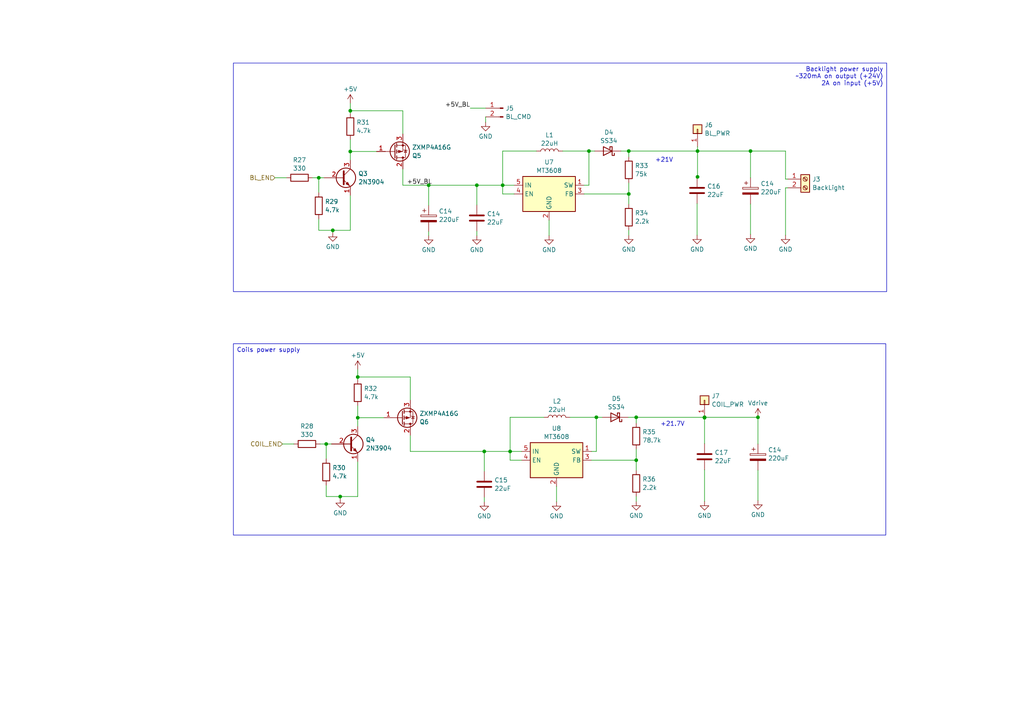
<source format=kicad_sch>
(kicad_sch (version 20230121) (generator eeschema)
  (paper "A4")
  (title_block (title "DC-DC converters"))
  (lib_symbols
    (symbol "Connector:Conn_01x02_Pin" (pin_names (offset 1.016) hide)
      (property "Reference" "J" (at 0 2.54 0))
      (property "Value" "Conn_01x02_Pin" (at 0 -5.08 0))
      (symbol "Conn_01x02_Pin_1_1"
        (polyline (pts (xy 1.27 -2.54) (xy 0.8636 -2.54)) (stroke (width 0.1524)))
        (polyline (pts (xy 1.27 0) (xy 0.8636 0)) (stroke (width 0.1524)))
        (rectangle (start 0.8636 -2.413) (end 0 -2.667) (stroke (width 0.1524)) (fill (type outline)))
        (rectangle (start 0.8636 0.127) (end 0 -0.127) (stroke (width 0.1524)) (fill (type outline)))
        (pin passive line (at 5.08 0 180) (length 3.81) (name "Pin_1") (number "1"))
        (pin passive line (at 5.08 -2.54 180) (length 3.81) (name "Pin_2") (number "2"))
      )
    )
    (symbol "Connector:Screw_Terminal_01x02" (pin_names (offset 1.016) hide)
      (property "Reference" "J" (at 0 2.54 0))
      (property "Value" "Screw_Terminal_01x02" (at 0 -5.08 0))
      (symbol "Screw_Terminal_01x02_1_1"
        (rectangle (start -1.27 1.27) (end 1.27 -3.81) (stroke (width 0.254)) (fill (type background)))
        (circle (center 0 -2.54) (radius 0.635) (stroke (width 0.1524)))
        (polyline (pts (xy -0.5334 -2.2098) (xy 0.3302 -3.048)) (stroke (width 0.1524)))
        (polyline (pts (xy -0.5334 0.3302) (xy 0.3302 -0.508)) (stroke (width 0.1524)))
        (polyline (pts (xy -0.3556 -2.032) (xy 0.508 -2.8702)) (stroke (width 0.1524)))
        (polyline (pts (xy -0.3556 0.508) (xy 0.508 -0.3302)) (stroke (width 0.1524)))
        (circle (center 0 0) (radius 0.635) (stroke (width 0.1524)))
        (pin passive line (at -5.08 0 0) (length 3.81) (name "Pin_1") (number "1"))
        (pin passive line (at -5.08 -2.54 0) (length 3.81) (name "Pin_2") (number "2"))
      )
    )
    (symbol "Connector_Generic:Conn_01x01" (pin_names (offset 1.016) hide)
      (property "Reference" "J" (at 0 2.54 0))
      (property "Value" "Conn_01x01" (at 0 -2.54 0))
      (symbol "Conn_01x01_1_1"
        (rectangle (start -1.27 0.127) (end 0 -0.127) (stroke (width 0.1524)))
        (rectangle (start -1.27 1.27) (end 1.27 -1.27) (stroke (width 0.254)) (fill (type background)))
        (pin passive line (at -5.08 0 0) (length 3.81) (name "Pin_1") (number "1"))
      )
    )
    (symbol "Device:C" (pin_numbers hide) (pin_names (offset 0.254))
      (property "Reference" "C" (at 0.635 2.54 0))
      (property "Value" "C" (at 0.635 -2.54 0))
      (symbol "C_0_1"
        (polyline (pts (xy -2.032 -0.762) (xy 2.032 -0.762)) (stroke (width 0.508)))
        (polyline (pts (xy -2.032 0.762) (xy 2.032 0.762)) (stroke (width 0.508)))
      )
      (symbol "C_1_1"
        (pin passive line (at 0 3.81 270) (length 2.794) (name "~") (number "1"))
        (pin passive line (at 0 -3.81 90) (length 2.794) (name "~") (number "2"))
      )
    )
    (symbol "Device:C_Polarized" (pin_numbers hide) (pin_names (offset 0.254))
      (property "Reference" "C" (at 0.635 2.54 0))
      (property "Value" "C_Polarized" (at 0.635 -2.54 0))
      (symbol "C_Polarized_0_1"
        (rectangle (start -2.286 0.508) (end 2.286 1.016))
        (polyline (pts (xy -1.778 2.286) (xy -0.762 2.286)))
        (polyline (pts (xy -1.27 2.794) (xy -1.27 1.778)))
        (rectangle (start 2.286 -0.508) (end -2.286 -1.016) (fill (type outline)))
      )
      (symbol "C_Polarized_1_1"
        (pin passive line (at 0 3.81 270) (length 2.794) (name "~") (number "1"))
        (pin passive line (at 0 -3.81 90) (length 2.794) (name "~") (number "2"))
      )
    )
    (symbol "Device:D_Schottky" (pin_numbers hide) (pin_names (offset 1.016) hide)
      (property "Reference" "D" (at 0 2.54 0))
      (property "Value" "D_Schottky" (at 0 -2.54 0))
      (symbol "D_Schottky_0_1"
        (polyline (pts (xy 1.27 0) (xy -1.27 0)))
        (polyline (pts (xy 1.27 1.27) (xy 1.27 -1.27) (xy -1.27 0) (xy 1.27 1.27)) (stroke (width 0.254)))
        (polyline (pts (xy -1.905 0.635) (xy -1.905 1.27) (xy -1.27 1.27) (xy -1.27 -1.27) (xy -0.635 -1.27) (xy -0.635 -0.635)) (stroke (width 0.254)))
      )
      (symbol "D_Schottky_1_1"
        (pin passive line (at -3.81 0 0) (length 2.54) (name "K") (number "1"))
        (pin passive line (at 3.81 0 180) (length 2.54) (name "A") (number "2"))
      )
    )
    (symbol "Device:L" (pin_numbers hide) (pin_names (offset 1.016) hide)
      (property "Reference" "L" (at -1.27 0 90))
      (property "Value" "L" (at 1.905 0 90))
      (symbol "L_0_1"
        (arc (start 0 -2.54) (mid 0.6323 -1.905) (end 0 -1.27))
        (arc (start 0 -1.27) (mid 0.6323 -0.635) (end 0 0))
        (arc (start 0 0) (mid 0.6323 0.635) (end 0 1.27))
        (arc (start 0 1.27) (mid 0.6323 1.905) (end 0 2.54))
      )
      (symbol "L_1_1"
        (pin passive line (at 0 3.81 270) (length 1.27) (name "1") (number "1"))
        (pin passive line (at 0 -3.81 90) (length 1.27) (name "2") (number "2"))
      )
    )
    (symbol "Device:R" (pin_numbers hide) (pin_names (offset 0))
      (property "Reference" "R" (at 2.032 0 90))
      (property "Value" "R" (at 0 0 90))
      (symbol "R_0_1"
        (rectangle (start -1.016 -2.54) (end 1.016 2.54) (stroke (width 0.254)))
      )
      (symbol "R_1_1"
        (pin passive line (at 0 3.81 270) (length 1.27) (name "~") (number "1"))
        (pin passive line (at 0 -3.81 90) (length 1.27) (name "~") (number "2"))
      )
    )
    (symbol "GND_6" (power) (pin_names (offset 0))
      (property "Value" "GND_6" (at 0 -3.81 0))
      (symbol "GND_6_0_1"
        (polyline (pts (xy 0 0) (xy 0 -1.27) (xy 1.27 -1.27) (xy 0 -2.54) (xy -1.27 -1.27) (xy 0 -1.27)))
      )
      (symbol "GND_6_1_1"
        (pin power_in line (at 0 0 270) (length 0) hide (name "GND") (number "1"))
      )
    )
    (symbol "Library:MT3608"
      (property "Reference" "U" (at -6.35 6.35 0))
      (property "Value" "MT3608" (at 3.81 6.35 0))
      (symbol "MT3608_0_1"
        (rectangle (start -7.62 5.08) (end 7.62 -5.08) (stroke (width 0.254)) (fill (type background)))
      )
      (symbol "MT3608_1_1"
        (pin power_out line (at 10.16 2.54 180) (length 2.54) (name "SW") (number "1"))
        (pin power_in line (at 0 -7.62 90) (length 2.54) (name "GND") (number "2"))
        (pin output line (at 10.16 0 180) (length 2.54) (name "FB") (number "3"))
        (pin input line (at -10.16 0 0) (length 2.54) (name "EN") (number "4"))
        (pin power_out line (at -10.16 2.54 0) (length 2.54) (name "IN") (number "5"))
        (pin no_connect line (at -6.35 11.43 0) (length 2.54) hide (name "NC") (number "6"))
      )
    )
    (symbol "MT3608_1"
      (property "Reference" "U" (at -6.35 6.35 0))
      (property "Value" "MT3608" (at 3.81 6.35 0))
      (symbol "MT3608_1_0_1"
        (rectangle (start -7.62 5.08) (end 7.62 -5.08) (stroke (width 0.254)) (fill (type background)))
      )
      (symbol "MT3608_1_1_1"
        (pin power_out line (at 10.16 2.54 180) (length 2.54) (name "SW") (number "1"))
        (pin power_in line (at 0 -7.62 90) (length 2.54) (name "GND") (number "2"))
        (pin output line (at 10.16 0 180) (length 2.54) (name "FB") (number "3"))
        (pin input line (at -10.16 0 0) (length 2.54) (name "EN") (number "4"))
        (pin power_out line (at -10.16 2.54 0) (length 2.54) (name "IN") (number "5"))
        (pin no_connect line (at -6.35 11.43 0) (length 2.54) hide (name "NC") (number "6"))
      )
    )
    (symbol "Transistor_BJT:2N3904" (pin_names (offset 0) hide)
      (property "Reference" "Q" (at 5.08 1.905 0))
      (property "Value" "2N3904" (at 5.08 0 0))
      (symbol "2N3904_0_1"
        (polyline (pts (xy 0.635 0.635) (xy 2.54 2.54)))
        (polyline (pts (xy 0.635 -0.635) (xy 2.54 -2.54) (xy 2.54 -2.54)))
        (polyline (pts (xy 0.635 1.905) (xy 0.635 -1.905) (xy 0.635 -1.905)) (stroke (width 0.508)))
        (polyline (pts (xy 1.27 -1.778) (xy 1.778 -1.27) (xy 2.286 -2.286) (xy 1.27 -1.778) (xy 1.27 -1.778)) (fill (type outline)))
        (circle (center 1.27 0) (radius 2.8194) (stroke (width 0.254)))
      )
      (symbol "2N3904_1_1"
        (pin passive line (at 2.54 -5.08 90) (length 2.54) (name "E") (number "1"))
        (pin passive line (at -5.08 0 0) (length 5.715) (name "B") (number "2"))
        (pin passive line (at 2.54 5.08 270) (length 2.54) (name "C") (number "3"))
      )
    )
    (symbol "Transistor_FET:ZXMP4A16G" (pin_names hide)
      (property "Reference" "Q" (at 5.08 1.905 0))
      (property "Value" "ZXMP4A16G" (at 5.08 0 0))
      (symbol "ZXMP4A16G_0_1"
        (polyline (pts (xy 0.254 0) (xy -2.54 0)))
        (polyline (pts (xy 0.254 1.905) (xy 0.254 -1.905)) (stroke (width 0.254)))
        (polyline (pts (xy 0.762 -1.27) (xy 0.762 -2.286)) (stroke (width 0.254)))
        (polyline (pts (xy 0.762 0.508) (xy 0.762 -0.508)) (stroke (width 0.254)))
        (polyline (pts (xy 0.762 2.286) (xy 0.762 1.27)) (stroke (width 0.254)))
        (polyline (pts (xy 2.54 2.54) (xy 2.54 1.778)))
        (polyline (pts (xy 2.54 -2.54) (xy 2.54 0) (xy 0.762 0)))
        (polyline (pts (xy 0.762 1.778) (xy 3.302 1.778) (xy 3.302 -1.778) (xy 0.762 -1.778)))
        (polyline (pts (xy 2.286 0) (xy 1.27 0.381) (xy 1.27 -0.381) (xy 2.286 0)) (fill (type outline)))
        (polyline (pts (xy 2.794 -0.508) (xy 2.921 -0.381) (xy 3.683 -0.381) (xy 3.81 -0.254)))
        (polyline (pts (xy 3.302 -0.381) (xy 2.921 0.254) (xy 3.683 0.254) (xy 3.302 -0.381)))
        (circle (center 1.651 0) (radius 2.794) (stroke (width 0.254)))
        (circle (center 2.54 -1.778) (radius 0.254) (fill (type outline)))
        (circle (center 2.54 1.778) (radius 0.254) (fill (type outline)))
      )
      (symbol "ZXMP4A16G_1_1"
        (pin input line (at -5.08 0 0) (length 2.54) (name "G") (number "1"))
        (pin passive line (at 2.54 5.08 270) (length 2.54) (name "D") (number "2"))
        (pin passive line (at 2.54 -5.08 90) (length 2.54) (name "S") (number "3"))
      )
    )
    (symbol "power:+5V" (power) (pin_names (offset 0))
      (property "Value" "+5V" (at 0 3.556 0))
      (symbol "+5V_0_1"
        (polyline (pts (xy -0.762 1.27) (xy 0 2.54)))
        (polyline (pts (xy 0 0) (xy 0 2.54)))
        (polyline (pts (xy 0 2.54) (xy 0.762 1.27)))
      )
      (symbol "+5V_1_1"
        (pin power_in line (at 0 0 90) (length 0) hide (name "+5V") (number "1"))
      )
    )
    (symbol "power:GND" (power) (pin_names (offset 0))
      (property "Value" "GND" (at 0 -3.81 0))
      (symbol "GND_0_1"
        (polyline (pts (xy 0 0) (xy 0 -1.27) (xy 1.27 -1.27) (xy 0 -2.54) (xy -1.27 -1.27) (xy 0 -1.27)))
      )
      (symbol "GND_1_1"
        (pin power_in line (at 0 0 270) (length 0) hide (name "GND") (number "1"))
      )
    )
    (symbol "power:Vdrive" (power) (pin_names (offset 0))
      (property "Value" "Vdrive" (at 0 3.81 0))
      (symbol "Vdrive_0_1"
        (polyline (pts (xy -0.762 1.27) (xy 0 2.54)))
        (polyline (pts (xy 0 0) (xy 0 2.54)))
        (polyline (pts (xy 0 2.54) (xy 0.762 1.27)))
      )
      (symbol "Vdrive_1_1"
        (pin power_in line (at 0 0 90) (length 0) hide (name "Vdrive") (number "1"))
      )
    )
  )
  (junction (at 145.796 53.721))
  (junction (at 170.815 43.815))
  (junction (at 92.456 51.562))
  (junction (at 138.303 53.721))
  (junction (at 94.615 128.778))
  (junction (at 219.837 121.031))
  (junction (at 96.52 66.802))
  (junction (at 124.333 53.721))
  (junction (at 184.531 133.477))
  (junction (at 182.372 56.261))
  (junction (at 98.679 144.018))
  (junction (at 204.343 121.158))
  (junction (at 217.678 43.815))
  (junction (at 204.343 121.031))
  (junction (at 101.6 32.131))
  (junction (at 101.6 43.942))
  (junction (at 103.759 109.347))
  (junction (at 202.311 43.815))
  (junction (at 140.462 130.937))
  (junction (at 147.955 130.937))
  (junction (at 172.974 121.031))
  (junction (at 184.531 121.031))
  (junction (at 182.372 43.815))
  (junction (at 103.759 121.158))
  (junction (at 202.311 51.308))
  (wire (pts (xy 184.531 130.302) (xy 184.531 133.477)))
  (wire (pts (xy 147.955 130.937) (xy 147.955 133.477)))
  (wire (pts (xy 182.372 43.815) (xy 182.372 45.466)))
  (wire (pts (xy 161.417 141.097) (xy 161.417 145.542)))
  (wire (pts (xy 169.418 53.721) (xy 170.815 53.721)))
  (wire (pts (xy 116.84 38.862) (xy 116.84 32.131)))
  (wire (pts (xy 227.838 43.815) (xy 217.678 43.815)))
  (wire (pts (xy 171.577 133.477) (xy 184.531 133.477)))
  (wire (pts (xy 204.343 121.031) (xy 184.531 121.031)))
  (wire (pts (xy 227.838 51.943) (xy 228.473 51.943)))
  (wire (pts (xy 202.311 43.815) (xy 217.678 43.815)))
  (wire (pts (xy 136.398 31.369) (xy 140.843 31.369)))
  (wire (pts (xy 124.333 53.721) (xy 124.333 59.563)))
  (wire (pts (xy 96.52 66.802) (xy 96.52 67.437)))
  (wire (pts (xy 204.343 136.271) (xy 204.343 145.415)))
  (wire (pts (xy 147.955 130.937) (xy 151.257 130.937)))
  (wire (pts (xy 157.734 121.031) (xy 147.955 121.031)))
  (wire (pts (xy 90.678 51.562) (xy 92.456 51.562)))
  (wire (pts (xy 170.815 43.815) (xy 172.466 43.815)))
  (wire (pts (xy 184.531 133.477) (xy 184.531 136.398)))
  (wire (pts (xy 101.6 66.802) (xy 96.52 66.802)))
  (wire (pts (xy 147.955 121.031) (xy 147.955 130.937)))
  (wire (pts (xy 124.333 53.721) (xy 138.303 53.721)))
  (wire (pts (xy 171.577 130.937) (xy 172.974 130.937)))
  (wire (pts (xy 103.759 109.347) (xy 103.759 110.109)))
  (wire (pts (xy 170.815 53.721) (xy 170.815 43.815)))
  (wire (pts (xy 101.6 43.942) (xy 101.6 46.482)))
  (wire (pts (xy 92.837 128.778) (xy 94.615 128.778)))
  (wire (pts (xy 103.759 121.158) (xy 111.379 121.158)))
  (wire (pts (xy 182.372 53.086) (xy 182.372 56.261)))
  (wire (pts (xy 219.837 136.398) (xy 219.837 145.161)))
  (wire (pts (xy 138.303 53.721) (xy 138.303 59.436)))
  (wire (pts (xy 103.759 144.018) (xy 98.679 144.018)))
  (wire (pts (xy 79.756 51.562) (xy 83.058 51.562)))
  (wire (pts (xy 140.462 130.937) (xy 147.955 130.937)))
  (wire (pts (xy 202.311 43.815) (xy 202.311 51.308)))
  (wire (pts (xy 92.456 63.5) (xy 92.456 66.802)))
  (wire (pts (xy 118.999 126.238) (xy 118.999 130.937)))
  (wire (pts (xy 138.303 53.721) (xy 145.796 53.721)))
  (wire (pts (xy 118.999 109.347) (xy 103.759 109.347)))
  (wire (pts (xy 182.245 121.031) (xy 184.531 121.031)))
  (wire (pts (xy 169.418 56.261) (xy 182.372 56.261)))
  (wire (pts (xy 145.796 53.721) (xy 149.098 53.721)))
  (wire (pts (xy 202.184 59.055) (xy 202.184 68.199)))
  (wire (pts (xy 180.086 43.815) (xy 182.372 43.815)))
  (wire (pts (xy 182.372 66.802) (xy 182.372 68.199)))
  (wire (pts (xy 217.678 59.182) (xy 217.678 67.945)))
  (wire (pts (xy 98.679 144.018) (xy 98.679 144.653)))
  (wire (pts (xy 219.837 121.031) (xy 219.837 128.778)))
  (wire (pts (xy 101.6 43.942) (xy 109.22 43.942)))
  (wire (pts (xy 163.195 43.815) (xy 170.815 43.815)))
  (wire (pts (xy 182.372 56.261) (xy 182.372 59.182)))
  (wire (pts (xy 103.759 121.158) (xy 103.759 123.698)))
  (wire (pts (xy 145.796 43.815) (xy 145.796 53.721)))
  (wire (pts (xy 92.456 51.562) (xy 92.456 55.88)))
  (wire (pts (xy 140.462 144.272) (xy 140.462 145.542)))
  (wire (pts (xy 165.354 121.031) (xy 172.974 121.031)))
  (wire (pts (xy 202.311 51.435) (xy 202.311 51.308)))
  (wire (pts (xy 145.796 53.721) (xy 145.796 56.261)))
  (wire (pts (xy 202.311 42.545) (xy 202.311 43.815)))
  (wire (pts (xy 94.615 140.716) (xy 94.615 144.018)))
  (wire (pts (xy 155.575 43.815) (xy 145.796 43.815)))
  (wire (pts (xy 140.462 130.937) (xy 140.462 136.652)))
  (wire (pts (xy 202.311 51.308) (xy 202.184 51.308)))
  (wire (pts (xy 101.6 56.642) (xy 101.6 66.802)))
  (wire (pts (xy 204.343 121.158) (xy 204.343 128.651)))
  (wire (pts (xy 228.473 54.483) (xy 227.838 54.483)))
  (wire (pts (xy 103.759 107.188) (xy 103.759 109.347)))
  (wire (pts (xy 92.456 51.562) (xy 93.98 51.562)))
  (wire (pts (xy 101.6 40.513) (xy 101.6 43.942)))
  (wire (pts (xy 140.843 33.909) (xy 140.843 35.433)))
  (wire (pts (xy 118.999 130.937) (xy 140.462 130.937)))
  (wire (pts (xy 116.84 49.022) (xy 116.84 53.721)))
  (wire (pts (xy 116.84 53.721) (xy 124.333 53.721)))
  (wire (pts (xy 172.974 130.937) (xy 172.974 121.031)))
  (wire (pts (xy 81.915 128.778) (xy 85.217 128.778)))
  (wire (pts (xy 204.343 121.158) (xy 204.343 121.031)))
  (wire (pts (xy 227.838 51.943) (xy 227.838 43.815)))
  (wire (pts (xy 94.615 128.778) (xy 96.139 128.778)))
  (wire (pts (xy 138.303 67.056) (xy 138.303 68.326)))
  (wire (pts (xy 219.837 121.031) (xy 204.343 121.031)))
  (wire (pts (xy 145.796 56.261) (xy 149.098 56.261)))
  (wire (pts (xy 103.759 133.858) (xy 103.759 144.018)))
  (wire (pts (xy 184.531 121.031) (xy 184.531 122.682)))
  (wire (pts (xy 202.184 51.308) (xy 202.184 51.435)))
  (wire (pts (xy 118.999 116.078) (xy 118.999 109.347)))
  (wire (pts (xy 172.974 121.031) (xy 174.625 121.031)))
  (wire (pts (xy 103.759 117.729) (xy 103.759 121.158)))
  (wire (pts (xy 184.531 144.018) (xy 184.531 145.415)))
  (wire (pts (xy 94.615 128.778) (xy 94.615 133.096)))
  (wire (pts (xy 182.372 43.815) (xy 202.311 43.815)))
  (wire (pts (xy 159.258 63.881) (xy 159.258 68.326)))
  (wire (pts (xy 227.838 54.483) (xy 227.838 68.199)))
  (wire (pts (xy 94.615 144.018) (xy 98.679 144.018)))
  (wire (pts (xy 92.456 66.802) (xy 96.52 66.802)))
  (wire (pts (xy 147.955 133.477) (xy 151.257 133.477)))
  (wire (pts (xy 101.6 32.131) (xy 101.6 32.893)))
  (wire (pts (xy 217.678 43.815) (xy 217.678 51.562)))
  (wire (pts (xy 124.333 67.183) (xy 124.333 68.326)))
  (wire (pts (xy 101.6 29.972) (xy 101.6 32.131)))
  (wire (pts (xy 116.84 32.131) (xy 101.6 32.131)))
  (text_box "Coils power supply\n" (at 67.691 99.695 0) (size 189.23 55.499) (effects (font (size 1.27 1.27)) (justify left top)))
  (text_box "Backlight power supply\n~320mA on output (+24V)\n2A on input (+5V)" (at 67.691 18.288 0) (size 189.484 66.294) (effects (font (size 1.27 1.27)) (justify right top)))
  (text "+21.7V" (at 191.516 123.825 0) (effects (font (size 1.27 1.27)) (justify left bottom)))
  (text "+21V\n" (at 189.992 47.244 0) (effects (font (size 1.27 1.27)) (justify left bottom)))
  (label "+5V_BL" (at 136.398 31.369 180))
  (label "+5V_BL" (at 117.983 53.721 0))
  (hierarchical_label "COIL_EN" (shape input) (at 81.915 128.778 180))
  (hierarchical_label "BL_EN" (shape input) (at 79.756 51.562 180))
  (symbol (lib_id "power:GND") (at 124.333 68.326 0) (unit 1)
    (property "Reference" "#PWR038" (effects hide))
    (property "Value" "GND" (at 124.333 72.4591 0))
  )
  (symbol (lib_id "power:+5V") (at 103.759 107.188 0) (unit 1)
    (property "Reference" "#PWR037" (effects hide))
    (property "Value" "+5V" (at 103.759 103.0549 0))
  )
  (symbol (lib_id "Device:C_Polarized") (at 217.678 55.372 0) (unit 1)
    (property "Reference" "C14" (at 220.599 53.2709 0) (effects (justify left)))
    (property "Value" "220uF" (at 220.599 55.6951 0) (effects (justify left)))
    (property "Footprint" "Capacitor_SMD:CP_Elec_10x10" (effects hide))
    (property "Voltage" "50V" (effects hide))
    (property "LCSC" "C125977" (effects hide))
    (instances (project "ESP32-S3_flipdot" (path "" (reference "C14") (unit 1)) (path "" (reference "C18") (unit 1))))
  )
  (symbol (lib_id "power:GND") (at 184.531 145.415 0) (unit 1)
    (property "Reference" "#PWR044" (effects hide))
    (property "Value" "GND" (at 184.531 149.5481 0))
  )
  (symbol (lib_id "Connector_Generic:Conn_01x01") (at 202.311 37.465 90) (unit 1)
    (property "Reference" "J6" (at 204.343 36.2529 90) (effects (justify right)))
    (property "Value" "BL_PWR" (at 204.343 38.6771 90) (effects (justify right)))
    (property "Footprint" "TestPoint:TestPoint_THTPad_2.0x2.0mm_Drill1.0mm" (effects hide))
  )
  (symbol (lib_id "Device:R") (at 184.531 140.208 0) (unit 1)
    (property "Reference" "R36" (at 186.309 138.9959 0) (effects (justify left)))
    (property "Value" "2.2k" (at 186.309 141.4201 0) (effects (justify left)))
    (property "Footprint" "Resistor_SMD:R_0603_1608Metric" (effects hide))
    (property "LCSC" "C294652" (effects hide))
  )
  (symbol (lib_id "Transistor_FET:ZXMP4A16G") (at 114.3 43.942 0) (mirror x) (unit 1)
    (property "Reference" "Q5" (at 119.507 45.1541 0) (effects (justify left)))
    (property "Value" "ZXMP4A16G" (at 119.507 42.7299 0) (effects (justify left)))
    (property "Footprint" "Package_TO_SOT_SMD:SOT-223-3_TabPin2" (effects hide))
    (property "Datasheet" "https://www.diodes.com/assets/Datasheets/ZXMP4A16G.pdf" (effects hide))
    (property "LCSC" "C141324" (effects hide))
  )
  (symbol (lib_id "Device:L") (at 161.544 121.031 90) (unit 1)
    (property "Reference" "L2" (at 161.544 116.3814 90))
    (property "Value" "22uH" (at 161.544 118.8056 90))
    (property "Footprint" "Library:YSPI1050-220M" (effects hide))
    (property "LCSC" "C497899" (effects hide))
  )
  (symbol (lib_id "Library:MT3608") (at 161.417 133.477 0) (unit 1)
    (property "Reference" "U8" (at 161.417 124.2527 0))
    (property "Value" "MT3608" (at 161.417 126.6769 0))
    (property "Footprint" "Package_TO_SOT_SMD:TSOT-23-6" (effects hide))
    (property "Datasheet" "https://datasheet.lcsc.com/lcsc/1811151539_XI-AN-Aerosemi-Tech-MT3608_C84817.pdf" (effects hide))
    (property "LCSC" "C84817" (effects hide))
  )
  (symbol (lib_name "GND_6") (lib_id "power:GND") (at 217.678 67.945 0) (unit 1)
    (property "Reference" "#PWR012" (effects hide))
    (property "Value" "GND" (at 217.678 72.0781 0))
    (instances (project "ESP32-S3_flipdot" (path "" (reference "#PWR012") (unit 1)) (path "" (reference "#PWR047") (unit 1))))
  )
  (symbol (lib_id "Device:C_Polarized") (at 219.837 132.588 0) (unit 1)
    (property "Reference" "C14" (at 222.758 130.4869 0) (effects (justify left)))
    (property "Value" "220uF" (at 222.758 132.9111 0) (effects (justify left)))
    (property "Footprint" "Capacitor_SMD:CP_Elec_10x10" (effects hide))
    (property "Voltage" "50V" (effects hide))
    (property "LCSC" "C125977" (effects hide))
    (instances (project "ESP32-S3_flipdot" (path "" (reference "C14") (unit 1)) (path "" (reference "C19") (unit 1))))
  )
  (symbol (lib_id "Device:D_Schottky") (at 176.276 43.815 180) (unit 1)
    (property "Reference" "D4" (at 176.5935 38.4007 0))
    (property "Value" "SS34" (at 176.5935 40.8249 0))
    (property "Footprint" "Diode_SMD:D_SMA" (effects hide))
    (property "LCSC" "C8678" (effects hide))
  )
  (symbol (lib_name "GND_6") (lib_id "power:GND") (at 227.838 68.199 0) (unit 1)
    (property "Reference" "#PWR012" (effects hide))
    (property "Value" "GND" (at 227.838 72.3321 0))
    (instances (project "ESP32-S3_flipdot" (path "" (reference "#PWR012") (unit 1)) (path "" (reference "#PWR050") (unit 1))))
  )
  (symbol (lib_id "power:GND") (at 204.343 145.415 0) (unit 1)
    (property "Reference" "#PWR046" (effects hide))
    (property "Value" "GND" (at 204.343 149.5481 0))
  )
  (symbol (lib_id "Transistor_FET:ZXMP4A16G") (at 116.459 121.158 0) (mirror x) (unit 1)
    (property "Reference" "Q6" (at 121.666 122.3701 0) (effects (justify left)))
    (property "Value" "ZXMP4A16G" (at 121.666 119.9459 0) (effects (justify left)))
    (property "Footprint" "Package_TO_SOT_SMD:SOT-223-3_TabPin2" (effects hide))
    (property "Datasheet" "https://www.diodes.com/assets/Datasheets/ZXMP4A16G.pdf" (effects hide))
    (property "LCSC" "C141324" (effects hide))
  )
  (symbol (lib_id "Connector_Generic:Conn_01x01") (at 204.343 116.078 90) (unit 1)
    (property "Reference" "J7" (at 206.375 114.8659 90) (effects (justify right)))
    (property "Value" "COIL_PWR" (at 206.375 117.2901 90) (effects (justify right)))
    (property "Footprint" "TestPoint:TestPoint_THTPad_2.0x2.0mm_Drill1.0mm" (effects hide))
  )
  (symbol (lib_id "power:GND") (at 138.303 68.326 0) (unit 1)
    (property "Reference" "#PWR039" (effects hide))
    (property "Value" "GND" (at 138.303 72.4591 0))
  )
  (symbol (lib_id "power:GND") (at 96.52 67.437 0) (unit 1)
    (property "Reference" "#PWR034" (effects hide))
    (property "Value" "GND" (at 96.52 71.5701 0))
  )
  (symbol (lib_id "Device:C") (at 140.462 140.462 0) (unit 1)
    (property "Reference" "C15" (at 143.383 139.2499 0) (effects (justify left)))
    (property "Value" "22uF" (at 143.383 141.6741 0) (effects (justify left)))
    (property "Footprint" "Capacitor_SMD:C_0805_2012Metric" (effects hide))
    (property "LCSC" "C29277" (effects hide))
    (property "Voltage" "10V" (effects hide))
  )
  (symbol (lib_id "Device:C") (at 138.303 63.246 0) (unit 1)
    (property "Reference" "C14" (at 141.224 62.0339 0) (effects (justify left)))
    (property "Value" "22uF" (at 141.224 64.4581 0) (effects (justify left)))
    (property "Footprint" "Capacitor_SMD:C_0805_2012Metric" (effects hide))
    (property "LCSC" "C29277" (effects hide))
    (property "Voltage" "10V" (effects hide))
  )
  (symbol (lib_id "power:GND") (at 202.184 68.199 0) (unit 1)
    (property "Reference" "#PWR045" (effects hide))
    (property "Value" "GND" (at 202.184 72.3321 0))
  )
  (symbol (lib_id "Device:L") (at 159.385 43.815 90) (unit 1)
    (property "Reference" "L1" (at 159.385 39.1654 90))
    (property "Value" "22uH" (at 159.385 41.5896 90))
    (property "Footprint" "Library:YSPI1050-220M" (effects hide))
    (property "LCSC" "C497899" (effects hide))
  )
  (symbol (lib_id "Connector:Screw_Terminal_01x02") (at 233.553 51.943 0) (unit 1)
    (property "Reference" "J3" (at 235.585 52.0009 0) (effects (justify left)))
    (property "Value" "BackLight" (at 235.585 54.4251 0) (effects (justify left)))
    (property "Footprint" "TerminalBlock_Phoenix:TerminalBlock_Phoenix_MKDS-3-2-5.08_1x02_P5.08mm_Horizontal" (effects hide))
    (property "LCSC" "C5157144" (effects hide))
    (instances (project "ESP32-S3_flipdot" (path "" (reference "J3") (unit 1)) (path "" (reference "J4") (unit 1))))
  )
  (symbol (lib_id "power:GND") (at 140.843 35.433 0) (unit 1)
    (property "Reference" "#PWR055" (effects hide))
    (property "Value" "GND" (at 140.843 39.5661 0))
  )
  (symbol (lib_id "power:GND") (at 159.258 68.326 0) (unit 1)
    (property "Reference" "#PWR041" (effects hide))
    (property "Value" "GND" (at 159.258 72.4591 0))
  )
  (symbol (lib_id "Device:R") (at 94.615 136.906 0) (unit 1)
    (property "Reference" "R30" (at 96.393 135.6939 0) (effects (justify left)))
    (property "Value" "4.7k" (at 96.393 138.1181 0) (effects (justify left)))
    (property "Footprint" "Resistor_SMD:R_0603_1608Metric" (effects hide))
    (property "LCSC" "C116693" (effects hide))
  )
  (symbol (lib_id "power:GND") (at 140.462 145.542 0) (unit 1)
    (property "Reference" "#PWR040" (effects hide))
    (property "Value" "GND" (at 140.462 149.6751 0))
  )
  (symbol (lib_name "MT3608_1") (lib_id "Library:MT3608") (at 159.258 56.261 0) (unit 1)
    (property "Reference" "U7" (at 159.258 47.0367 0))
    (property "Value" "MT3608" (at 159.258 49.4609 0))
    (property "Footprint" "Package_TO_SOT_SMD:TSOT-23-6" (effects hide))
    (property "Datasheet" "https://datasheet.lcsc.com/lcsc/1811151539_XI-AN-Aerosemi-Tech-MT3608_C84817.pdf" (effects hide))
    (property "LCSC" "C84817" (effects hide))
  )
  (symbol (lib_id "Device:R") (at 92.456 59.69 0) (unit 1)
    (property "Reference" "R29" (at 94.234 58.4779 0) (effects (justify left)))
    (property "Value" "4.7k" (at 94.234 60.9021 0) (effects (justify left)))
    (property "Footprint" "Resistor_SMD:R_0603_1608Metric" (effects hide))
    (property "LCSC" "C116693" (effects hide))
  )
  (symbol (lib_id "Device:R") (at 89.027 128.778 90) (unit 1)
    (property "Reference" "R28" (at 89.027 123.6177 90))
    (property "Value" "330" (at 89.027 126.0419 90))
    (property "Footprint" "Resistor_SMD:R_0603_1608Metric" (effects hide))
    (property "LCSC" "C23138" (effects hide))
  )
  (symbol (lib_id "Device:D_Schottky") (at 178.435 121.031 180) (unit 1)
    (property "Reference" "D5" (at 178.7525 115.6167 0))
    (property "Value" "SS34" (at 178.7525 118.0409 0))
    (property "Footprint" "Diode_SMD:D_SMA" (effects hide))
    (property "LCSC" "C8678" (effects hide))
  )
  (symbol (lib_name "GND_6") (lib_id "power:GND") (at 219.837 145.161 0) (unit 1)
    (property "Reference" "#PWR012" (effects hide))
    (property "Value" "GND" (at 219.837 149.2941 0))
    (instances (project "ESP32-S3_flipdot" (path "" (reference "#PWR012") (unit 1)) (path "" (reference "#PWR049") (unit 1))))
  )
  (symbol (lib_id "Connector:Conn_01x02_Pin") (at 145.923 31.369 0) (mirror y) (unit 1)
    (property "Reference" "J5" (at 146.6342 31.4269 0) (effects (justify right)))
    (property "Value" "BL_CMD" (at 146.6342 33.8511 0) (effects (justify right)))
    (property "Footprint" "Connector_PinHeader_2.54mm:PinHeader_1x02_P2.54mm_Vertical" (effects hide))
  )
  (symbol (lib_id "power:+5V") (at 101.6 29.972 0) (unit 1)
    (property "Reference" "#PWR036" (effects hide))
    (property "Value" "+5V" (at 101.6 25.8389 0))
  )
  (symbol (lib_id "power:GND") (at 98.679 144.653 0) (unit 1)
    (property "Reference" "#PWR035" (effects hide))
    (property "Value" "GND" (at 98.679 148.7861 0))
  )
  (symbol (lib_id "power:GND") (at 161.417 145.542 0) (unit 1)
    (property "Reference" "#PWR042" (effects hide))
    (property "Value" "GND" (at 161.417 149.6751 0))
  )
  (symbol (lib_id "Transistor_BJT:2N3904") (at 99.06 51.562 0) (unit 1)
    (property "Reference" "Q3" (at 103.9114 50.3499 0) (effects (justify left)))
    (property "Value" "2N3904" (at 103.9114 52.7741 0) (effects (justify left)))
    (property "Footprint" "Package_TO_SOT_SMD:SOT-23" (effects hide))
    (property "Datasheet" "https://www.onsemi.com/pub/Collateral/2N3903-D.PDF" (effects hide))
    (property "LCSC" "C18536" (effects hide))
  )
  (symbol (lib_id "Transistor_BJT:2N3904") (at 101.219 128.778 0) (unit 1)
    (property "Reference" "Q4" (at 106.0704 127.5659 0) (effects (justify left)))
    (property "Value" "2N3904" (at 106.0704 129.9901 0) (effects (justify left)))
    (property "Footprint" "Package_TO_SOT_SMD:SOT-23" (effects hide))
    (property "Datasheet" "https://www.onsemi.com/pub/Collateral/2N3903-D.PDF" (effects hide))
    (property "LCSC" "C18536" (effects hide))
  )
  (symbol (lib_id "power:Vdrive") (at 219.837 121.031 0) (unit 1)
    (property "Reference" "#PWR048" (effects hide))
    (property "Value" "Vdrive" (at 219.837 116.8979 0))
  )
  (symbol (lib_id "Device:R") (at 182.372 49.276 0) (unit 1)
    (property "Reference" "R33" (at 184.15 48.0639 0) (effects (justify left)))
    (property "Value" "75k" (at 184.15 50.4881 0) (effects (justify left)))
    (property "Footprint" "Resistor_SMD:R_0603_1608Metric" (effects hide))
    (property "LCSC" "C114636" (effects hide))
  )
  (symbol (lib_id "Device:C") (at 202.184 55.245 0) (unit 1)
    (property "Reference" "C16" (at 205.105 54.0329 0) (effects (justify left)))
    (property "Value" "22uF" (at 205.105 56.4571 0) (effects (justify left)))
    (property "Footprint" "Capacitor_SMD:C_2220_5750Metric" (effects hide))
    (property "LCSC" "C784103" (effects hide))
    (property "Voltage" "50V" (effects hide))
  )
  (symbol (lib_id "Device:C") (at 204.343 132.461 0) (unit 1)
    (property "Reference" "C17" (at 207.264 131.2489 0) (effects (justify left)))
    (property "Value" "22uF" (at 207.264 133.6731 0) (effects (justify left)))
    (property "Footprint" "Capacitor_SMD:C_2220_5750Metric" (effects hide))
    (property "LCSC" "C784103" (effects hide))
    (property "Voltage" "50V" (effects hide))
  )
  (symbol (lib_id "Device:R") (at 182.372 62.992 0) (unit 1)
    (property "Reference" "R34" (at 184.15 61.7799 0) (effects (justify left)))
    (property "Value" "2.2k" (at 184.15 64.2041 0) (effects (justify left)))
    (property "Footprint" "Resistor_SMD:R_0603_1608Metric" (effects hide))
    (property "LCSC" "C294652" (effects hide))
  )
  (symbol (lib_id "Device:C_Polarized") (at 124.333 63.373 0) (unit 1)
    (property "Reference" "C14" (at 127.254 61.2719 0) (effects (justify left)))
    (property "Value" "220uF" (at 127.254 63.6961 0) (effects (justify left)))
    (property "Footprint" "Capacitor_SMD:CP_Elec_6.3x7.7" (effects hide))
    (property "Voltage" "16V" (effects hide))
    (property "LCSC" "C125979" (effects hide))
    (instances (project "ESP32-S3_flipdot" (path "" (reference "C14") (unit 1)) (path "" (reference "C13") (unit 1))))
  )
  (symbol (lib_id "Device:R") (at 101.6 36.703 0) (unit 1)
    (property "Reference" "R31" (at 103.378 35.4909 0) (effects (justify left)))
    (property "Value" "4.7k" (at 103.378 37.9151 0) (effects (justify left)))
    (property "Footprint" "Resistor_SMD:R_0603_1608Metric" (effects hide))
    (property "LCSC" "C116693" (effects hide))
  )
  (symbol (lib_id "Device:R") (at 103.759 113.919 0) (unit 1)
    (property "Reference" "R32" (at 105.537 112.7069 0) (effects (justify left)))
    (property "Value" "4.7k" (at 105.537 115.1311 0) (effects (justify left)))
    (property "Footprint" "Resistor_SMD:R_0603_1608Metric" (effects hide))
    (property "LCSC" "C116693" (effects hide))
  )
  (symbol (lib_id "Device:R") (at 184.531 126.492 0) (unit 1)
    (property "Reference" "R35" (at 186.309 125.2799 0) (effects (justify left)))
    (property "Value" "78.7k" (at 186.309 127.7041 0) (effects (justify left)))
    (property "Footprint" "Resistor_SMD:R_0603_1608Metric" (effects hide))
    (property "LCSC" "C246009" (effects hide))
  )
  (symbol (lib_id "Device:R") (at 86.868 51.562 90) (unit 1)
    (property "Reference" "R27" (at 86.868 46.4017 90))
    (property "Value" "330" (at 86.868 48.8259 90))
    (property "Footprint" "Resistor_SMD:R_0603_1608Metric" (effects hide))
    (property "LCSC" "C23138" (effects hide))
  )
  (symbol (lib_id "power:GND") (at 182.372 68.199 0) (unit 1)
    (property "Reference" "#PWR043" (effects hide))
    (property "Value" "GND" (at 182.372 72.3321 0))
  )
)
</source>
